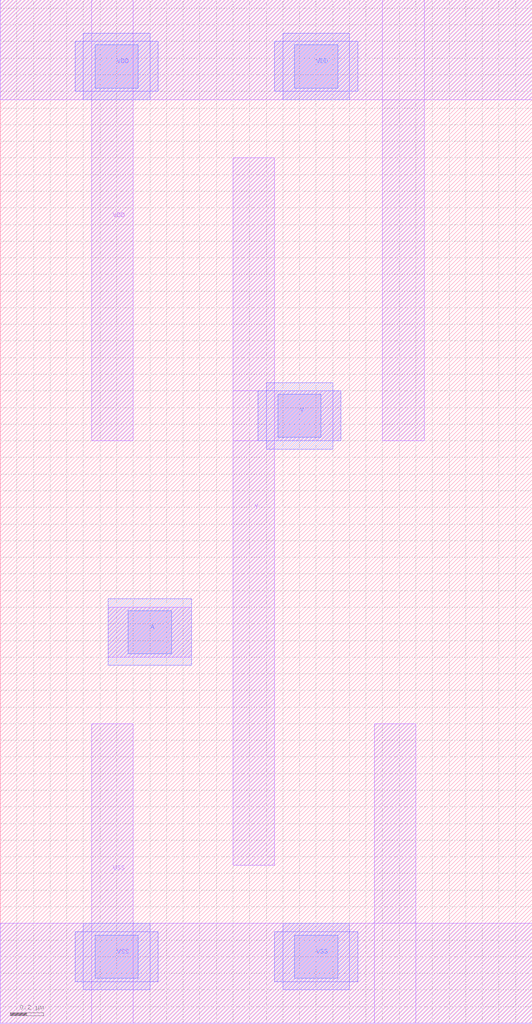
<source format=lef>
# Copyright 2022 Google LLC
# Licensed under the Apache License, Version 2.0 (the "License");
# you may not use this file except in compliance with the License.
# You may obtain a copy of the License at
#
#      http://www.apache.org/licenses/LICENSE-2.0
#
# Unless required by applicable law or agreed to in writing, software
# distributed under the License is distributed on an "AS IS" BASIS,
# WITHOUT WARRANTIES OR CONDITIONS OF ANY KIND, either express or implied.
# See the License for the specific language governing permissions and
# limitations under the License.
VERSION 5.7 ;
BUSBITCHARS "[]" ;
DIVIDERCHAR "/" ;

MACRO gf180mcu_osu_sc_9T_clkinv_2
  CLASS CORE ;
  ORIGIN 0 0 ;
  FOREIGN gf180mcu_osu_sc_9T_clkinv_2 0 0 ;
  SIZE 3.2 BY 6.15 ;
  SYMMETRY X Y ;
  SITE GF018hv5v_mcu_sc7 ;
  PIN A
    DIRECTION INPUT ;
    USE SIGNAL ;
    PORT
      LAYER MET1 ;
        RECT 0.65 2.2 1.15 2.5 ;
      LAYER MET2 ;
        RECT 0.65 2.15 1.15 2.55 ;
      LAYER VIA12 ;
        RECT 0.77 2.22 1.03 2.48 ;
    END
  END A
  PIN VDD
    DIRECTION INOUT ;
    USE POWER ;
    SHAPE ABUTMENT ;
    PORT
      LAYER MET1 ;
        RECT 0 5.55 3.2 6.15 ;
        RECT 2.3 3.5 2.55 6.15 ;
        RECT 0.55 3.5 0.8 6.15 ;
      LAYER MET2 ;
        RECT 1.65 5.6 2.15 5.9 ;
        RECT 1.7 5.55 2.1 5.95 ;
        RECT 0.45 5.6 0.95 5.9 ;
        RECT 0.5 5.55 0.9 5.95 ;
      LAYER VIA12 ;
        RECT 0.57 5.62 0.83 5.88 ;
        RECT 1.77 5.62 2.03 5.88 ;
    END
  END VDD
  PIN VSS
    DIRECTION INOUT ;
    USE GROUND ;
    PORT
      LAYER MET1 ;
        RECT 0 0 3.2 0.6 ;
        RECT 2.25 0 2.5 1.8 ;
        RECT 0.55 0 0.8 1.8 ;
      LAYER MET2 ;
        RECT 1.65 0.25 2.15 0.55 ;
        RECT 1.7 0.2 2.1 0.6 ;
        RECT 0.45 0.25 0.95 0.55 ;
        RECT 0.5 0.2 0.9 0.6 ;
      LAYER VIA12 ;
        RECT 0.57 0.27 0.83 0.53 ;
        RECT 1.77 0.27 2.03 0.53 ;
    END
  END VSS
  PIN Y
    DIRECTION OUTPUT ;
    USE SIGNAL ;
    PORT
      LAYER MET1 ;
        RECT 1.4 3.5 2.05 3.8 ;
        RECT 1.4 0.95 1.65 5.2 ;
      LAYER MET2 ;
        RECT 1.55 3.5 2.05 3.8 ;
        RECT 1.6 3.45 2 3.85 ;
      LAYER VIA12 ;
        RECT 1.67 3.52 1.93 3.78 ;
    END
  END Y
END gf180mcu_osu_sc_9T_clkinv_2

</source>
